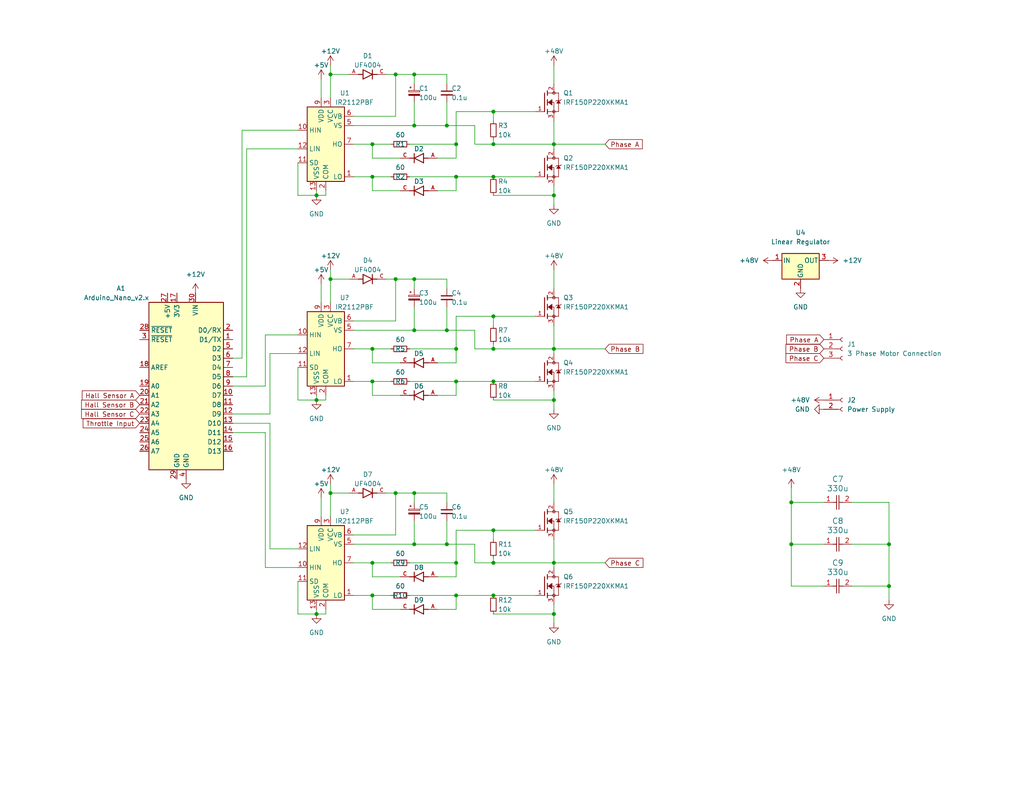
<source format=kicad_sch>
(kicad_sch (version 20211123) (generator eeschema)
  (paper "USLetter")
  (lib_symbols
    (symbol "100ZLJ330M12-5X35:100ZLJ330M12.5X35" (pin_names (offset 0.254))
      (property "Reference" "C" (at 3.81 3.81 0))
      (property "Value" "100ZLJ330M12.5X35" (at 3.81 -3.81 0))
      (symbol "100ZLJ330M12.5X35_1_1"
        (polyline (pts (xy 2.54 0) (xy 3.4798 0)) (stroke (width 0.2032)))
        (polyline (pts (xy 3.4798 -1.905) (xy 3.4798 1.905)) (stroke (width 0.2032)))
        (polyline (pts (xy 4.1148 -1.905) (xy 4.1148 1.905)) (stroke (width 0.2032)))
        (polyline (pts (xy 4.1148 0) (xy 5.08 0)) (stroke (width 0.2032)))
        (pin unspecified line (at 0 0 0) (length 2.54) (name "") (number "1"))
        (pin unspecified line (at 7.62 0 180) (length 2.54) (name "") (number "2"))
      )
      (symbol "100ZLJ330M12.5X35_1_2"
        (polyline (pts (xy -1.905 -4.1148) (xy 1.905 -4.1148)) (stroke (width 0.2032)))
        (polyline (pts (xy -1.905 -3.4798) (xy 1.905 -3.4798)) (stroke (width 0.2032)))
        (polyline (pts (xy 0 -4.1148) (xy 0 -5.08)) (stroke (width 0.2032)))
        (polyline (pts (xy 0 -2.54) (xy 0 -3.4798)) (stroke (width 0.2032)))
        (pin unspecified line (at 0 0 270) (length 2.54) (name "") (number "1"))
        (pin unspecified line (at 0 -7.62 90) (length 2.54) (name "") (number "2"))
      )
    )
    (symbol "Connector:Conn_01x02_Female" (pin_names (offset 1.016) hide)
      (property "Reference" "J" (at 0 2.54 0))
      (property "Value" "Conn_01x02_Female" (at 0 -5.08 0))
      (symbol "Conn_01x02_Female_1_1"
        (arc (start 0 -2.032) (mid -0.508 -2.54) (end 0 -3.048) (stroke (width 0.1524)))
        (polyline (pts (xy -1.27 -2.54) (xy -0.508 -2.54)) (stroke (width 0.1524)))
        (polyline (pts (xy -1.27 0) (xy -0.508 0)) (stroke (width 0.1524)))
        (arc (start 0 0.508) (mid -0.508 0) (end 0 -0.508) (stroke (width 0.1524)))
        (pin passive line (at -5.08 0 0) (length 3.81) (name "Pin_1") (number "1"))
        (pin passive line (at -5.08 -2.54 0) (length 3.81) (name "Pin_2") (number "2"))
      )
    )
    (symbol "Connector:Conn_01x03_Female" (pin_names (offset 1.016) hide)
      (property "Reference" "J" (at 0 5.08 0))
      (property "Value" "Conn_01x03_Female" (at 0 -5.08 0))
      (symbol "Conn_01x03_Female_1_1"
        (arc (start 0 -2.032) (mid -0.508 -2.54) (end 0 -3.048) (stroke (width 0.1524)))
        (polyline (pts (xy -1.27 -2.54) (xy -0.508 -2.54)) (stroke (width 0.1524)))
        (polyline (pts (xy -1.27 0) (xy -0.508 0)) (stroke (width 0.1524)))
        (polyline (pts (xy -1.27 2.54) (xy -0.508 2.54)) (stroke (width 0.1524)))
        (arc (start 0 0.508) (mid -0.508 0) (end 0 -0.508) (stroke (width 0.1524)))
        (arc (start 0 3.048) (mid -0.508 2.54) (end 0 2.032) (stroke (width 0.1524)))
        (pin passive line (at -5.08 2.54 0) (length 3.81) (name "Pin_1") (number "1"))
        (pin passive line (at -5.08 0 0) (length 3.81) (name "Pin_2") (number "2"))
        (pin passive line (at -5.08 -2.54 0) (length 3.81) (name "Pin_3") (number "3"))
      )
    )
    (symbol "Device:C_Polarized_Small" (pin_numbers hide) (pin_names (offset 0.254) hide)
      (property "Reference" "C" (at 0.254 1.778 0))
      (property "Value" "C_Polarized_Small" (at 0.254 -2.032 0))
      (symbol "C_Polarized_Small_0_1"
        (rectangle (start -1.524 -0.3048) (end 1.524 -0.6858) (fill (type outline)))
        (rectangle (start -1.524 0.6858) (end 1.524 0.3048))
        (polyline (pts (xy -1.27 1.524) (xy -0.762 1.524)))
        (polyline (pts (xy -1.016 1.27) (xy -1.016 1.778)))
      )
      (symbol "C_Polarized_Small_1_1"
        (pin passive line (at 0 2.54 270) (length 1.8542) (name "~") (number "1"))
        (pin passive line (at 0 -2.54 90) (length 1.8542) (name "~") (number "2"))
      )
    )
    (symbol "Device:C_Small" (pin_numbers hide) (pin_names (offset 0.254) hide)
      (property "Reference" "C" (at 0.254 1.778 0))
      (property "Value" "C_Small" (at 0.254 -2.032 0))
      (symbol "C_Small_0_1"
        (polyline (pts (xy -1.524 -0.508) (xy 1.524 -0.508)) (stroke (width 0.3302)))
        (polyline (pts (xy -1.524 0.508) (xy 1.524 0.508)) (stroke (width 0.3048)))
      )
      (symbol "C_Small_1_1"
        (pin passive line (at 0 2.54 270) (length 2.032) (name "~") (number "1"))
        (pin passive line (at 0 -2.54 90) (length 2.032) (name "~") (number "2"))
      )
    )
    (symbol "Device:R_Small" (pin_numbers hide) (pin_names (offset 0.254) hide)
      (property "Reference" "R" (at 0.762 0.508 0))
      (property "Value" "R_Small" (at 0.762 -1.016 0))
      (symbol "R_Small_0_1"
        (rectangle (start -0.762 1.778) (end 0.762 -1.778) (stroke (width 0.2032)))
      )
      (symbol "R_Small_1_1"
        (pin passive line (at 0 2.54 270) (length 0.762) (name "~") (number "1"))
        (pin passive line (at 0 -2.54 90) (length 0.762) (name "~") (number "2"))
      )
    )
    (symbol "IR2112_1"
      (property "Reference" "U1" (at 3.81 13.97 0))
      (property "Value" "IR2112PBF" (at 2.54 11.43 0))
      (symbol "IR2112_1_0_1"
        (rectangle (start -5.08 -10.16) (end 5.08 10.16) (stroke (width 0.254)) (fill (type background)))
      )
      (symbol "IR2112_1_1_1"
        (pin output line (at 7.62 -8.89 180) (length 2.54) (name "LO") (number "1"))
        (pin input line (at -7.62 3.81 0) (length 2.54) (name "HIN") (number "10"))
        (pin input line (at -7.62 -5.08 0) (length 2.54) (name "SD") (number "11"))
        (pin input line (at -7.62 -1.27 0) (length 2.54) (name "LIN") (number "12"))
        (pin power_in line (at -2.54 -12.7 90) (length 2.54) (name "VSS") (number "13"))
        (pin no_connect line (at -5.08 2.54 0) (length 2.54) hide (name "NC") (number "14"))
        (pin power_in line (at 0 -12.7 90) (length 2.54) (name "COM") (number "2"))
        (pin power_in line (at 1.27 12.7 270) (length 2.54) (name "VCC") (number "3"))
        (pin no_connect line (at -5.08 7.62 0) (length 2.54) hide (name "NC") (number "4"))
        (pin passive line (at 7.62 5.08 180) (length 2.54) (name "VS") (number "5"))
        (pin passive line (at 7.62 7.62 180) (length 2.54) (name "VB") (number "6"))
        (pin output line (at 7.62 0 180) (length 2.54) (name "HO") (number "7"))
        (pin no_connect line (at -5.08 5.08 0) (length 2.54) hide (name "NC") (number "8"))
        (pin power_in line (at -1.27 12.7 270) (length 2.54) (name "VDD") (number "9"))
      )
    )
    (symbol "IR2112_2"
      (property "Reference" "U?" (at 3.81 13.97 0))
      (property "Value" "IR2112PBF" (at 2.54 11.43 0))
      (symbol "IR2112_2_0_1"
        (rectangle (start -5.08 -10.16) (end 5.08 10.16) (stroke (width 0.254)) (fill (type background)))
      )
      (symbol "IR2112_2_1_1"
        (pin output line (at 7.62 -8.89 180) (length 2.54) (name "LO") (number "1"))
        (pin input line (at -7.62 -1.27 0) (length 2.54) (name "HIN") (number "10"))
        (pin input line (at -7.62 -5.08 0) (length 2.54) (name "SD") (number "11"))
        (pin input line (at -7.62 3.81 0) (length 2.54) (name "LIN") (number "12"))
        (pin power_in line (at -2.54 -12.7 90) (length 2.54) (name "VSS") (number "13"))
        (pin no_connect line (at -5.08 2.54 0) (length 2.54) hide (name "NC") (number "14"))
        (pin power_in line (at 0 -12.7 90) (length 2.54) (name "COM") (number "2"))
        (pin power_in line (at 1.27 12.7 270) (length 2.54) (name "VCC") (number "3"))
        (pin no_connect line (at -5.08 7.62 0) (length 2.54) hide (name "NC") (number "4"))
        (pin passive line (at 7.62 5.08 180) (length 2.54) (name "VS") (number "5"))
        (pin passive line (at 7.62 7.62 180) (length 2.54) (name "VB") (number "6"))
        (pin output line (at 7.62 0 180) (length 2.54) (name "HO") (number "7"))
        (pin no_connect line (at -5.08 5.08 0) (length 2.54) hide (name "NC") (number "8"))
        (pin power_in line (at -1.27 12.7 270) (length 2.54) (name "VDD") (number "9"))
      )
    )
    (symbol "IRF150P220XKMA1:IRF150P220XKMA1" (pin_names (offset 1.016))
      (property "Reference" "Q" (at -10.16 2.54 0))
      (property "Value" "IRF150P220XKMA1" (at -10.16 -7.62 0))
      (symbol "IRF150P220XKMA1_0_0"
        (polyline (pts (xy 0 2.54) (xy 0 -2.54)) (stroke (width 0.254)))
        (polyline (pts (xy 0.762 -2.54) (xy 0.762 -3.175)) (stroke (width 0.254)))
        (polyline (pts (xy 0.762 -1.905) (xy 0.762 -2.54)) (stroke (width 0.254)))
        (polyline (pts (xy 0.762 0) (xy 0.762 -0.762)) (stroke (width 0.254)))
        (polyline (pts (xy 0.762 0) (xy 2.54 0)) (stroke (width 0.1524)))
        (polyline (pts (xy 0.762 0.762) (xy 0.762 0)) (stroke (width 0.254)))
        (polyline (pts (xy 0.762 2.54) (xy 0.762 1.905)) (stroke (width 0.254)))
        (polyline (pts (xy 0.762 2.54) (xy 3.81 2.54)) (stroke (width 0.1524)))
        (polyline (pts (xy 0.762 3.175) (xy 0.762 2.54)) (stroke (width 0.254)))
        (polyline (pts (xy 2.54 -2.54) (xy 0.762 -2.54)) (stroke (width 0.1524)))
        (polyline (pts (xy 2.54 -2.54) (xy 3.81 -2.54)) (stroke (width 0.1524)))
        (polyline (pts (xy 2.54 0) (xy 2.54 -2.54)) (stroke (width 0.1524)))
        (polyline (pts (xy 3.302 0.508) (xy 3.048 0.254)) (stroke (width 0.1524)))
        (polyline (pts (xy 3.81 0.508) (xy 3.302 0.508)) (stroke (width 0.1524)))
        (polyline (pts (xy 3.81 0.508) (xy 3.81 -2.54)) (stroke (width 0.1524)))
        (polyline (pts (xy 3.81 2.54) (xy 3.81 0.508)) (stroke (width 0.1524)))
        (polyline (pts (xy 4.318 0.508) (xy 3.81 0.508)) (stroke (width 0.1524)))
        (polyline (pts (xy 4.572 0.762) (xy 4.318 0.508)) (stroke (width 0.1524)))
        (polyline (pts (xy 1.016 0) (xy 2.032 0.762) (xy 2.032 -0.762) (xy 1.016 0)) (stroke (width 0.1524)) (fill (type outline)))
        (polyline (pts (xy 3.81 0.508) (xy 3.302 -0.254) (xy 4.318 -0.254) (xy 3.81 0.508)) (stroke (width 0.1524)) (fill (type outline)))
        (circle (center 2.54 -2.54) (radius 0.3592))
        (circle (center 2.54 2.54) (radius 0.3592))
        (pin passive line (at -2.54 -2.54 0) (length 2.54) (name "~") (number "1"))
        (pin passive line (at 2.54 5.08 270) (length 2.54) (name "~") (number "2"))
        (pin passive line (at 2.54 -5.08 90) (length 2.54) (name "~") (number "3"))
      )
    )
    (symbol "MCU_Module:Arduino_Nano_v2.x"
      (property "Reference" "A" (at -10.16 23.495 0))
      (property "Value" "Arduino_Nano_v2.x" (at 5.08 -24.13 0))
      (symbol "Arduino_Nano_v2.x_0_1"
        (rectangle (start -10.16 22.86) (end 10.16 -22.86) (stroke (width 0.254)) (fill (type background)))
      )
      (symbol "Arduino_Nano_v2.x_1_1"
        (pin bidirectional line (at -12.7 12.7 0) (length 2.54) (name "D1/TX") (number "1"))
        (pin bidirectional line (at -12.7 -2.54 0) (length 2.54) (name "D7") (number "10"))
        (pin bidirectional line (at -12.7 -5.08 0) (length 2.54) (name "D8") (number "11"))
        (pin bidirectional line (at -12.7 -7.62 0) (length 2.54) (name "D9") (number "12"))
        (pin bidirectional line (at -12.7 -10.16 0) (length 2.54) (name "D10") (number "13"))
        (pin bidirectional line (at -12.7 -12.7 0) (length 2.54) (name "D11") (number "14"))
        (pin bidirectional line (at -12.7 -15.24 0) (length 2.54) (name "D12") (number "15"))
        (pin bidirectional line (at -12.7 -17.78 0) (length 2.54) (name "D13") (number "16"))
        (pin power_out line (at 2.54 25.4 270) (length 2.54) (name "3V3") (number "17"))
        (pin input line (at 12.7 5.08 180) (length 2.54) (name "AREF") (number "18"))
        (pin bidirectional line (at 12.7 0 180) (length 2.54) (name "A0") (number "19"))
        (pin bidirectional line (at -12.7 15.24 0) (length 2.54) (name "D0/RX") (number "2"))
        (pin bidirectional line (at 12.7 -2.54 180) (length 2.54) (name "A1") (number "20"))
        (pin bidirectional line (at 12.7 -5.08 180) (length 2.54) (name "A2") (number "21"))
        (pin bidirectional line (at 12.7 -7.62 180) (length 2.54) (name "A3") (number "22"))
        (pin bidirectional line (at 12.7 -10.16 180) (length 2.54) (name "A4") (number "23"))
        (pin bidirectional line (at 12.7 -12.7 180) (length 2.54) (name "A5") (number "24"))
        (pin bidirectional line (at 12.7 -15.24 180) (length 2.54) (name "A6") (number "25"))
        (pin bidirectional line (at 12.7 -17.78 180) (length 2.54) (name "A7") (number "26"))
        (pin power_out line (at 5.08 25.4 270) (length 2.54) (name "+5V") (number "27"))
        (pin input line (at 12.7 15.24 180) (length 2.54) (name "~{RESET}") (number "28"))
        (pin power_in line (at 2.54 -25.4 90) (length 2.54) (name "GND") (number "29"))
        (pin input line (at 12.7 12.7 180) (length 2.54) (name "~{RESET}") (number "3"))
        (pin power_in line (at -2.54 25.4 270) (length 2.54) (name "VIN") (number "30"))
        (pin power_in line (at 0 -25.4 90) (length 2.54) (name "GND") (number "4"))
        (pin bidirectional line (at -12.7 10.16 0) (length 2.54) (name "D2") (number "5"))
        (pin bidirectional line (at -12.7 7.62 0) (length 2.54) (name "D3") (number "6"))
        (pin bidirectional line (at -12.7 5.08 0) (length 2.54) (name "D4") (number "7"))
        (pin bidirectional line (at -12.7 2.54 0) (length 2.54) (name "D5") (number "8"))
        (pin bidirectional line (at -12.7 0 0) (length 2.54) (name "D6") (number "9"))
      )
    )
    (symbol "R_Small_1" (pin_numbers hide) (pin_names (offset 0.254) hide)
      (property "Reference" "R1" (at 3.81 2.54 0))
      (property "Value" "R_Small_1" (at 1.27 2.54 0))
      (symbol "R_Small_1_0_1"
        (rectangle (start -0.762 3.302) (end -4.318 1.778) (stroke (width 0.2032)))
      )
      (symbol "R_Small_1_1_1"
        (pin passive line (at 0 2.54 180) (length 0.762) (name "~") (number "1"))
        (pin passive line (at -5.08 2.54 0) (length 0.762) (name "~") (number "2"))
      )
    )
    (symbol "Regulator_Linear:uA7810" (pin_names (offset 0.254))
      (property "Reference" "U" (at -3.81 3.175 0))
      (property "Value" "uA7810" (at 0 3.175 0))
      (symbol "uA7810_0_1"
        (rectangle (start -5.08 1.905) (end 5.08 -5.08) (stroke (width 0.254)) (fill (type background)))
      )
      (symbol "uA7810_1_1"
        (pin power_in line (at -7.62 0 0) (length 2.54) (name "IN") (number "1"))
        (pin power_in line (at 0 -7.62 90) (length 2.54) (name "GND") (number "2"))
        (pin power_out line (at 7.62 0 180) (length 2.54) (name "OUT") (number "3"))
      )
    )
    (symbol "UF4004:UF4004" (pin_names (offset 1.016))
      (property "Reference" "D" (at -5.08 2.54 0))
      (property "Value" "UF4004" (at -5.08 -3.81 0))
      (symbol "UF4004_0_0"
        (polyline (pts (xy -2.54 0) (xy -1.27 0)) (stroke (width 0.254)))
        (polyline (pts (xy -1.27 -1.27) (xy 1.27 0)) (stroke (width 0.254)))
        (polyline (pts (xy -1.27 0) (xy -1.27 -1.27)) (stroke (width 0.254)))
        (polyline (pts (xy -1.27 1.27) (xy -1.27 0)) (stroke (width 0.254)))
        (polyline (pts (xy 1.27 0) (xy -1.27 1.27)) (stroke (width 0.254)))
        (polyline (pts (xy 1.27 0) (xy 1.27 -1.27)) (stroke (width 0.254)))
        (polyline (pts (xy 1.27 0) (xy 2.54 0)) (stroke (width 0.254)))
        (polyline (pts (xy 1.27 1.27) (xy 1.27 0)) (stroke (width 0.254)))
        (pin passive line (at -5.08 0 0) (length 2.54) (name "~") (number "A"))
        (pin passive line (at 5.08 0 180) (length 2.54) (name "~") (number "C"))
      )
    )
    (symbol "power:+12V" (power) (pin_names (offset 0))
      (property "Value" "+12V" (at 0 3.556 0))
      (symbol "+12V_0_1"
        (polyline (pts (xy -0.762 1.27) (xy 0 2.54)))
        (polyline (pts (xy 0 0) (xy 0 2.54)))
        (polyline (pts (xy 0 2.54) (xy 0.762 1.27)))
      )
      (symbol "+12V_1_1"
        (pin power_in line (at 0 0 90) (length 0) hide (name "+12V") (number "1"))
      )
    )
    (symbol "power:+48V" (power) (pin_names (offset 0))
      (property "Value" "+48V" (at 0 3.556 0))
      (symbol "+48V_0_1"
        (polyline (pts (xy -0.762 1.27) (xy 0 2.54)))
        (polyline (pts (xy 0 0) (xy 0 2.54)))
        (polyline (pts (xy 0 2.54) (xy 0.762 1.27)))
      )
      (symbol "+48V_1_1"
        (pin power_in line (at 0 0 90) (length 0) hide (name "+48V") (number "1"))
      )
    )
    (symbol "power:+5V" (power) (pin_names (offset 0))
      (property "Value" "+5V" (at 0 3.556 0))
      (symbol "+5V_0_1"
        (polyline (pts (xy -0.762 1.27) (xy 0 2.54)))
        (polyline (pts (xy 0 0) (xy 0 2.54)))
        (polyline (pts (xy 0 2.54) (xy 0.762 1.27)))
      )
      (symbol "+5V_1_1"
        (pin power_in line (at 0 0 90) (length 0) hide (name "+5V") (number "1"))
      )
    )
    (symbol "power:GND" (power) (pin_names (offset 0))
      (property "Value" "GND" (at 0 -3.81 0))
      (symbol "GND_0_1"
        (polyline (pts (xy 0 0) (xy 0 -1.27) (xy 1.27 -1.27) (xy 0 -2.54) (xy -1.27 -1.27) (xy 0 -1.27)))
      )
      (symbol "GND_1_1"
        (pin power_in line (at 0 0 270) (length 0) hide (name "GND") (number "1"))
      )
    )
  )
  (junction (at 86.36 53.34))
  (junction (at 134.62 86.36))
  (junction (at 134.62 48.26))
  (junction (at 113.03 90.17))
  (junction (at 101.6 39.37))
  (junction (at 124.46 39.37))
  (junction (at 121.92 90.17))
  (junction (at 113.03 34.29))
  (junction (at 86.36 167.64))
  (junction (at 113.03 20.32))
  (junction (at 134.62 104.14))
  (junction (at 215.9 148.59))
  (junction (at 113.03 148.59))
  (junction (at 107.95 134.62))
  (junction (at 124.46 104.14))
  (junction (at 242.57 160.02))
  (junction (at 151.13 53.34))
  (junction (at 134.62 95.25))
  (junction (at 151.13 95.25))
  (junction (at 151.13 153.67))
  (junction (at 134.62 162.56))
  (junction (at 86.36 109.22))
  (junction (at 101.6 48.26))
  (junction (at 124.46 162.56))
  (junction (at 101.6 162.56))
  (junction (at 101.6 95.25))
  (junction (at 90.17 76.2))
  (junction (at 124.46 48.26))
  (junction (at 107.95 76.2))
  (junction (at 124.46 153.67))
  (junction (at 134.62 39.37))
  (junction (at 113.03 76.2))
  (junction (at 151.13 167.64))
  (junction (at 151.13 39.37))
  (junction (at 215.9 137.16))
  (junction (at 134.62 153.67))
  (junction (at 101.6 153.67))
  (junction (at 90.17 134.62))
  (junction (at 121.92 148.59))
  (junction (at 113.03 134.62))
  (junction (at 107.95 20.32))
  (junction (at 101.6 104.14))
  (junction (at 124.46 95.25))
  (junction (at 151.13 109.22))
  (junction (at 134.62 30.48))
  (junction (at 242.57 148.59))
  (junction (at 134.62 144.78))
  (junction (at 90.17 20.32))
  (junction (at 121.92 34.29))
  (wire (pts (xy 113.03 137.16) (xy 113.03 134.62)))
  (wire (pts (xy 151.13 165.1) (xy 151.13 167.64)))
  (wire (pts (xy 96.52 146.05) (xy 107.95 146.05)))
  (wire (pts (xy 88.9 52.07) (xy 88.9 53.34)))
  (wire (pts (xy 111.76 162.56) (xy 124.46 162.56)))
  (wire (pts (xy 151.13 50.8) (xy 151.13 53.34)))
  (wire (pts (xy 73.66 149.86) (xy 81.28 149.86)))
  (wire (pts (xy 107.95 31.75) (xy 107.95 20.32)))
  (wire (pts (xy 215.9 137.16) (xy 224.79 137.16)))
  (wire (pts (xy 96.52 104.14) (xy 101.6 104.14)))
  (wire (pts (xy 134.62 48.26) (xy 146.05 48.26)))
  (wire (pts (xy 113.03 20.32) (xy 107.95 20.32)))
  (wire (pts (xy 109.22 52.07) (xy 101.6 52.07)))
  (wire (pts (xy 151.13 153.67) (xy 165.1 153.67)))
  (wire (pts (xy 101.6 48.26) (xy 106.68 48.26)))
  (wire (pts (xy 67.31 40.64) (xy 67.31 102.87)))
  (wire (pts (xy 151.13 147.32) (xy 151.13 153.67)))
  (wire (pts (xy 151.13 167.64) (xy 151.13 170.18)))
  (wire (pts (xy 134.62 30.48) (xy 146.05 30.48)))
  (wire (pts (xy 119.38 52.07) (xy 124.46 52.07)))
  (wire (pts (xy 101.6 107.95) (xy 101.6 104.14)))
  (wire (pts (xy 134.62 152.4) (xy 134.62 153.67)))
  (wire (pts (xy 215.9 148.59) (xy 215.9 137.16)))
  (wire (pts (xy 134.62 144.78) (xy 134.62 147.32)))
  (wire (pts (xy 124.46 86.36) (xy 134.62 86.36)))
  (wire (pts (xy 124.46 52.07) (xy 124.46 48.26)))
  (wire (pts (xy 151.13 132.08) (xy 151.13 137.16)))
  (wire (pts (xy 96.52 34.29) (xy 113.03 34.29)))
  (wire (pts (xy 134.62 144.78) (xy 146.05 144.78)))
  (wire (pts (xy 124.46 48.26) (xy 134.62 48.26)))
  (wire (pts (xy 124.46 99.06) (xy 124.46 95.25)))
  (wire (pts (xy 113.03 134.62) (xy 107.95 134.62)))
  (wire (pts (xy 134.62 109.22) (xy 151.13 109.22)))
  (wire (pts (xy 109.22 43.18) (xy 101.6 43.18)))
  (wire (pts (xy 113.03 90.17) (xy 113.03 83.82)))
  (wire (pts (xy 101.6 157.48) (xy 101.6 153.67)))
  (wire (pts (xy 134.62 53.34) (xy 151.13 53.34)))
  (wire (pts (xy 107.95 87.63) (xy 107.95 76.2)))
  (wire (pts (xy 119.38 157.48) (xy 124.46 157.48)))
  (wire (pts (xy 113.03 22.86) (xy 113.03 20.32)))
  (wire (pts (xy 124.46 107.95) (xy 124.46 104.14)))
  (wire (pts (xy 121.92 76.2) (xy 113.03 76.2)))
  (wire (pts (xy 63.5 113.03) (xy 73.66 113.03)))
  (wire (pts (xy 242.57 137.16) (xy 242.57 148.59)))
  (wire (pts (xy 63.5 115.57) (xy 73.66 115.57)))
  (wire (pts (xy 224.79 148.59) (xy 215.9 148.59)))
  (wire (pts (xy 134.62 86.36) (xy 146.05 86.36)))
  (wire (pts (xy 113.03 76.2) (xy 107.95 76.2)))
  (wire (pts (xy 111.76 48.26) (xy 124.46 48.26)))
  (wire (pts (xy 151.13 73.66) (xy 151.13 78.74)))
  (wire (pts (xy 121.92 148.59) (xy 113.03 148.59)))
  (wire (pts (xy 119.38 43.18) (xy 124.46 43.18)))
  (wire (pts (xy 151.13 109.22) (xy 151.13 111.76)))
  (wire (pts (xy 81.28 44.45) (xy 81.28 53.34)))
  (wire (pts (xy 151.13 153.67) (xy 151.13 154.94)))
  (wire (pts (xy 96.52 90.17) (xy 113.03 90.17)))
  (wire (pts (xy 215.9 133.35) (xy 215.9 137.16)))
  (wire (pts (xy 66.04 97.79) (xy 66.04 35.56)))
  (wire (pts (xy 96.52 87.63) (xy 107.95 87.63)))
  (wire (pts (xy 242.57 148.59) (xy 242.57 160.02)))
  (wire (pts (xy 129.54 148.59) (xy 121.92 148.59)))
  (wire (pts (xy 81.28 100.33) (xy 81.28 109.22)))
  (wire (pts (xy 134.62 86.36) (xy 134.62 88.9)))
  (wire (pts (xy 121.92 142.24) (xy 121.92 148.59)))
  (wire (pts (xy 72.39 154.94) (xy 81.28 154.94)))
  (wire (pts (xy 88.9 166.37) (xy 88.9 167.64)))
  (wire (pts (xy 90.17 76.2) (xy 90.17 82.55)))
  (wire (pts (xy 111.76 95.25) (xy 124.46 95.25)))
  (wire (pts (xy 113.03 34.29) (xy 113.03 27.94)))
  (wire (pts (xy 73.66 113.03) (xy 73.66 96.52)))
  (wire (pts (xy 119.38 107.95) (xy 124.46 107.95)))
  (wire (pts (xy 232.41 148.59) (xy 242.57 148.59)))
  (wire (pts (xy 129.54 34.29) (xy 121.92 34.29)))
  (wire (pts (xy 96.52 148.59) (xy 113.03 148.59)))
  (wire (pts (xy 67.31 40.64) (xy 81.28 40.64)))
  (wire (pts (xy 124.46 86.36) (xy 124.46 95.25)))
  (wire (pts (xy 86.36 167.64) (xy 88.9 167.64)))
  (wire (pts (xy 113.03 78.74) (xy 113.03 76.2)))
  (wire (pts (xy 124.46 144.78) (xy 124.46 153.67)))
  (wire (pts (xy 134.62 30.48) (xy 134.62 33.02)))
  (wire (pts (xy 101.6 43.18) (xy 101.6 39.37)))
  (wire (pts (xy 134.62 38.1) (xy 134.62 39.37)))
  (wire (pts (xy 87.63 77.47) (xy 87.63 82.55)))
  (wire (pts (xy 134.62 95.25) (xy 129.54 95.25)))
  (wire (pts (xy 63.5 102.87) (xy 67.31 102.87)))
  (wire (pts (xy 105.41 134.62) (xy 107.95 134.62)))
  (wire (pts (xy 72.39 91.44) (xy 81.28 91.44)))
  (wire (pts (xy 121.92 27.94) (xy 121.92 34.29)))
  (wire (pts (xy 72.39 118.11) (xy 72.39 154.94)))
  (wire (pts (xy 124.46 43.18) (xy 124.46 39.37)))
  (wire (pts (xy 124.46 166.37) (xy 124.46 162.56)))
  (wire (pts (xy 109.22 157.48) (xy 101.6 157.48)))
  (wire (pts (xy 86.36 107.95) (xy 86.36 109.22)))
  (wire (pts (xy 96.52 48.26) (xy 101.6 48.26)))
  (wire (pts (xy 101.6 52.07) (xy 101.6 48.26)))
  (wire (pts (xy 134.62 153.67) (xy 129.54 153.67)))
  (wire (pts (xy 90.17 134.62) (xy 95.25 134.62)))
  (wire (pts (xy 129.54 153.67) (xy 129.54 148.59)))
  (wire (pts (xy 151.13 17.78) (xy 151.13 22.86)))
  (wire (pts (xy 151.13 39.37) (xy 151.13 40.64)))
  (wire (pts (xy 105.41 20.32) (xy 107.95 20.32)))
  (wire (pts (xy 90.17 20.32) (xy 90.17 26.67)))
  (wire (pts (xy 73.66 115.57) (xy 73.66 149.86)))
  (wire (pts (xy 88.9 107.95) (xy 88.9 109.22)))
  (wire (pts (xy 72.39 105.41) (xy 72.39 91.44)))
  (wire (pts (xy 101.6 166.37) (xy 101.6 162.56)))
  (wire (pts (xy 242.57 160.02) (xy 242.57 163.83)))
  (wire (pts (xy 121.92 90.17) (xy 113.03 90.17)))
  (wire (pts (xy 129.54 39.37) (xy 129.54 34.29)))
  (wire (pts (xy 151.13 33.02) (xy 151.13 39.37)))
  (wire (pts (xy 151.13 53.34) (xy 151.13 55.88)))
  (wire (pts (xy 124.46 157.48) (xy 124.46 153.67)))
  (wire (pts (xy 63.5 118.11) (xy 72.39 118.11)))
  (wire (pts (xy 101.6 39.37) (xy 106.68 39.37)))
  (wire (pts (xy 134.62 167.64) (xy 151.13 167.64)))
  (wire (pts (xy 96.52 95.25) (xy 101.6 95.25)))
  (wire (pts (xy 86.36 109.22) (xy 88.9 109.22)))
  (wire (pts (xy 124.46 144.78) (xy 134.62 144.78)))
  (wire (pts (xy 134.62 162.56) (xy 146.05 162.56)))
  (wire (pts (xy 90.17 20.32) (xy 95.25 20.32)))
  (wire (pts (xy 151.13 95.25) (xy 165.1 95.25)))
  (wire (pts (xy 124.46 30.48) (xy 124.46 39.37)))
  (wire (pts (xy 121.92 22.86) (xy 121.92 20.32)))
  (wire (pts (xy 151.13 39.37) (xy 165.1 39.37)))
  (wire (pts (xy 224.79 160.02) (xy 215.9 160.02)))
  (wire (pts (xy 232.41 160.02) (xy 242.57 160.02)))
  (wire (pts (xy 124.46 30.48) (xy 134.62 30.48)))
  (wire (pts (xy 96.52 39.37) (xy 101.6 39.37)))
  (wire (pts (xy 124.46 162.56) (xy 134.62 162.56)))
  (wire (pts (xy 215.9 160.02) (xy 215.9 148.59)))
  (wire (pts (xy 121.92 134.62) (xy 113.03 134.62)))
  (wire (pts (xy 121.92 34.29) (xy 113.03 34.29)))
  (wire (pts (xy 96.52 31.75) (xy 107.95 31.75)))
  (wire (pts (xy 96.52 153.67) (xy 101.6 153.67)))
  (wire (pts (xy 109.22 107.95) (xy 101.6 107.95)))
  (wire (pts (xy 86.36 166.37) (xy 86.36 167.64)))
  (wire (pts (xy 111.76 153.67) (xy 124.46 153.67)))
  (wire (pts (xy 134.62 104.14) (xy 146.05 104.14)))
  (wire (pts (xy 105.41 76.2) (xy 107.95 76.2)))
  (wire (pts (xy 86.36 52.07) (xy 86.36 53.34)))
  (wire (pts (xy 90.17 17.78) (xy 90.17 20.32)))
  (wire (pts (xy 107.95 146.05) (xy 107.95 134.62)))
  (wire (pts (xy 109.22 166.37) (xy 101.6 166.37)))
  (wire (pts (xy 119.38 99.06) (xy 124.46 99.06)))
  (wire (pts (xy 101.6 95.25) (xy 106.68 95.25)))
  (wire (pts (xy 66.04 35.56) (xy 81.28 35.56)))
  (wire (pts (xy 101.6 162.56) (xy 106.68 162.56)))
  (wire (pts (xy 87.63 21.59) (xy 87.63 26.67)))
  (wire (pts (xy 87.63 135.89) (xy 87.63 140.97)))
  (wire (pts (xy 96.52 162.56) (xy 101.6 162.56)))
  (wire (pts (xy 81.28 109.22) (xy 86.36 109.22)))
  (wire (pts (xy 101.6 153.67) (xy 106.68 153.67)))
  (wire (pts (xy 151.13 106.68) (xy 151.13 109.22)))
  (wire (pts (xy 81.28 158.75) (xy 81.28 167.64)))
  (wire (pts (xy 90.17 132.08) (xy 90.17 134.62)))
  (wire (pts (xy 151.13 88.9) (xy 151.13 95.25)))
  (wire (pts (xy 113.03 148.59) (xy 113.03 142.24)))
  (wire (pts (xy 101.6 99.06) (xy 101.6 95.25)))
  (wire (pts (xy 151.13 95.25) (xy 151.13 96.52)))
  (wire (pts (xy 124.46 104.14) (xy 134.62 104.14)))
  (wire (pts (xy 63.5 97.79) (xy 66.04 97.79)))
  (wire (pts (xy 134.62 39.37) (xy 151.13 39.37)))
  (wire (pts (xy 134.62 93.98) (xy 134.62 95.25)))
  (wire (pts (xy 90.17 73.66) (xy 90.17 76.2)))
  (wire (pts (xy 101.6 104.14) (xy 106.68 104.14)))
  (wire (pts (xy 81.28 53.34) (xy 86.36 53.34)))
  (wire (pts (xy 73.66 96.52) (xy 81.28 96.52)))
  (wire (pts (xy 63.5 105.41) (xy 72.39 105.41)))
  (wire (pts (xy 232.41 137.16) (xy 242.57 137.16)))
  (wire (pts (xy 90.17 134.62) (xy 90.17 140.97)))
  (wire (pts (xy 134.62 153.67) (xy 151.13 153.67)))
  (wire (pts (xy 121.92 83.82) (xy 121.92 90.17)))
  (wire (pts (xy 129.54 90.17) (xy 121.92 90.17)))
  (wire (pts (xy 109.22 99.06) (xy 101.6 99.06)))
  (wire (pts (xy 134.62 39.37) (xy 129.54 39.37)))
  (wire (pts (xy 86.36 53.34) (xy 88.9 53.34)))
  (wire (pts (xy 121.92 137.16) (xy 121.92 134.62)))
  (wire (pts (xy 90.17 76.2) (xy 95.25 76.2)))
  (wire (pts (xy 129.54 95.25) (xy 129.54 90.17)))
  (wire (pts (xy 121.92 78.74) (xy 121.92 76.2)))
  (wire (pts (xy 111.76 104.14) (xy 124.46 104.14)))
  (wire (pts (xy 121.92 20.32) (xy 113.03 20.32)))
  (wire (pts (xy 81.28 167.64) (xy 86.36 167.64)))
  (wire (pts (xy 119.38 166.37) (xy 124.46 166.37)))
  (wire (pts (xy 111.76 39.37) (xy 124.46 39.37)))
  (wire (pts (xy 134.62 95.25) (xy 151.13 95.25)))
  (global_label "Hall Sensor B" (shape input) (at 38.1 110.49 180) (property "Intersheet References" "${INTERSHEET_REFS}" (effects hide)))
  (global_label "Throttle Input" (shape input) (at 38.1 115.57 180) (property "Intersheet References" "${INTERSHEET_REFS}" (effects hide)))
  (global_label "Phase C" (shape input) (at 224.79 97.79 180) (property "Intersheet References" "${INTERSHEET_REFS}" (effects hide)))
  (global_label "Hall Sensor C" (shape input) (at 38.1 113.03 180) (property "Intersheet References" "${INTERSHEET_REFS}" (effects hide)))
  (global_label "Phase A" (shape input) (at 165.1 39.37 0) (property "Intersheet References" "${INTERSHEET_REFS}" (effects hide)))
  (global_label "Phase C" (shape input) (at 165.1 153.67 0) (property "Intersheet References" "${INTERSHEET_REFS}" (effects hide)))
  (global_label "Phase B" (shape input) (at 165.1 95.25 0) (property "Intersheet References" "${INTERSHEET_REFS}" (effects hide)))
  (global_label "Phase A" (shape input) (at 224.79 92.71 180) (property "Intersheet References" "${INTERSHEET_REFS}" (effects hide)))
  (global_label "Phase B" (shape input) (at 224.79 95.25 180) (property "Intersheet References" "${INTERSHEET_REFS}" (effects hide)))
  (global_label "Hall Sensor A" (shape input) (at 38.1 107.95 180) (property "Intersheet References" "${INTERSHEET_REFS}" (effects hide)))
  (symbol (lib_id "power:GND") (at 151.13 111.76 0) (unit 1)
    (property "Reference" "#PWR?" (effects hide))
    (property "Value" "GND" (at 151.13 116.84 0))
  )
  (symbol (lib_id "IRF150P220XKMA1:IRF150P220XKMA1") (at 148.59 45.72 0) (unit 1)
    (property "Reference" "Q2" (at 153.67 43.18 0) (effects (justify left)))
    (property "Value" "IRF150P220XKMA1" (at 153.67 45.72 0) (effects (justify left)))
    (property "Footprint" "TO546P1587X531X2499-3" (effects hide))
    (property "Datasheet" "https://www.infineon.com/dgdl/Infineon-IRF150P220-DataSheet-v01_01-EN.pdf?fileId=5546d46266a498f50166aca241ac65c9" (effects hide))
    (property "MF" "Infineon Technologies" (effects hide))
    (property "DESCRIPTION" "N-Channel 100V 209A _Tc_ 556W _Tc_ Through Hole TO-247AC" (effects hide))
    (property "PACKAGE" "TO-247-3 Infineon Technologies" (effects hide))
    (property "PRICE" "None" (effects hide))
    (property "MP" "IRF100P218XKMA1" (effects hide))
    (property "AVAILABILITY" "Unavailable" (effects hide))
    (property "Notes" "ACTUAL MODEL USED: IRF150P220AKMA1" (effects hide))
  )
  (symbol (lib_id "power:GND") (at 151.13 55.88 0) (unit 1)
    (property "Reference" "#PWR?" (effects hide))
    (property "Value" "GND" (at 151.13 60.96 0))
  )
  (symbol (lib_id "MCU_Module:Arduino_Nano_v2.x") (at 50.8 105.41 0) (mirror y) (unit 1)
    (property "Reference" "A1" (at 31.75 78.74 0) (effects (justify right)))
    (property "Value" "Arduino_Nano_v2.x" (at 22.86 81.28 0) (effects (justify right)))
    (property "Footprint" "Module:Arduino_Nano" (effects hide))
    (property "Datasheet" "https://www.arduino.cc/en/uploads/Main/ArduinoNanoManual23.pdf" (effects hide))
  )
  (symbol (lib_id "100ZLJ330M12-5X35:100ZLJ330M12.5X35") (at 224.79 137.16 0) (unit 1)
    (property "Reference" "C7" (at 228.6 130.81 0) (effects (font (size 1.524 1.524))))
    (property "Value" "330u" (at 228.6 133.35 0) (effects (font (size 1.524 1.524))))
    (property "Footprint" "CAP_YX_12P5X35_RUB" (effects hide))
    (property "Datasheet" "100ZLJ330M12.5X35" (effects hide))
  )
  (symbol (lib_id "power:+12V") (at 90.17 132.08 0) (unit 1)
    (property "Reference" "#PWR?" (effects hide))
    (property "Value" "+12V" (at 90.17 128.27 0))
  )
  (symbol (lib_id "UF4004:UF4004") (at 114.3 52.07 180) (unit 1)
    (property "Reference" "D3" (at 114.3 49.53 0))
    (property "Value" "UF4004" (effects hide))
    (property "Footprint" "DIOAD1055W87L533D272" (effects hide))
    (property "Datasheet" "https://www.onsemi.com/pdf/datasheet/uf4007-d.pdf" (effects hide))
    (property "PARTREV" "N/A" (effects hide))
    (property "STANDARD" "IPC-7351B" (effects hide))
    (property "MAXIMUM_PACKAGE_HEIGHT" "2.72 mm" (effects hide))
    (property "MANUFACTURER" "NTE" (effects hide))
  )
  (symbol (lib_id "IRF150P220XKMA1:IRF150P220XKMA1") (at 148.59 83.82 0) (unit 1)
    (property "Reference" "Q3" (at 153.67 81.28 0) (effects (justify left)))
    (property "Value" "IRF150P220XKMA1" (at 153.67 83.82 0) (effects (justify left)))
    (property "Footprint" "TO546P1587X531X2499-3" (effects hide))
    (property "Datasheet" "https://www.infineon.com/dgdl/Infineon-IRF150P220-DataSheet-v01_01-EN.pdf?fileId=5546d46266a498f50166aca241ac65c9" (effects hide))
    (property "MF" "Infineon Technologies" (effects hide))
    (property "DESCRIPTION" "N-Channel 100V 209A _Tc_ 556W _Tc_ Through Hole TO-247AC" (effects hide))
    (property "PACKAGE" "TO-247-3 Infineon Technologies" (effects hide))
    (property "PRICE" "None" (effects hide))
    (property "MP" "IRF100P218XKMA1" (effects hide))
    (property "AVAILABILITY" "Unavailable" (effects hide))
    (property "NOTES" "ACTUAL MODEL USED: IRF150P220AKMA1 " (effects hide))
  )
  (symbol (lib_id "power:+5V") (at 87.63 135.89 0) (unit 1)
    (property "Reference" "#PWR?" (effects hide))
    (property "Value" "+5V" (at 87.63 132.08 0))
  )
  (symbol (lib_id "UF4004:UF4004") (at 114.3 99.06 180) (unit 1)
    (property "Reference" "D5" (at 114.3 96.52 0))
    (property "Value" "UF4004" (effects hide))
    (property "Footprint" "DIOAD1055W87L533D272" (effects hide))
    (property "Datasheet" "https://www.onsemi.com/pdf/datasheet/uf4007-d.pdf" (effects hide))
    (property "PARTREV" "N/A" (effects hide))
    (property "STANDARD" "IPC-7351B" (effects hide))
    (property "MAXIMUM_PACKAGE_HEIGHT" "2.72 mm" (effects hide))
    (property "MANUFACTURER" "NTE" (effects hide))
  )
  (symbol (lib_id "UF4004:UF4004") (at 100.33 76.2 0) (unit 1)
    (property "Reference" "D4" (at 100.33 71.12 0))
    (property "Value" "UF4004" (at 100.33 73.66 0))
    (property "Footprint" "DIOAD1055W87L533D272" (effects hide))
    (property "Datasheet" "https://www.onsemi.com/pdf/datasheet/uf4007-d.pdf" (effects hide))
    (property "PARTREV" "N/A" (effects hide))
    (property "STANDARD" "IPC-7351B" (effects hide))
    (property "MAXIMUM_PACKAGE_HEIGHT" "2.72 mm" (effects hide))
    (property "MANUFACTURER" "NTE" (effects hide))
  )
  (symbol (lib_id "power:+12V") (at 90.17 73.66 0) (unit 1)
    (property "Reference" "#PWR?" (effects hide))
    (property "Value" "+12V" (at 90.17 69.85 0))
  )
  (symbol (lib_id "Device:R_Small") (at 134.62 165.1 0) (unit 1)
    (property "Reference" "R12" (at 135.89 163.83 0) (effects (justify left)))
    (property "Value" "10k" (at 135.89 166.37 0) (effects (justify left)))
    (property "Datasheet" "https://www.yageo.com/upload/media/product/productsearch/datasheet/lr/YAGEO%20MFR_datasheet_2021v1.pdf" (effects hide))
  )
  (symbol (lib_id "power:+12V") (at 90.17 17.78 0) (unit 1)
    (property "Reference" "#PWR?" (effects hide))
    (property "Value" "+12V" (at 90.17 13.97 0))
  )
  (symbol (lib_id "power:GND") (at 50.8 130.81 0) (unit 1)
    (property "Reference" "#PWR?" (effects hide))
    (property "Value" "GND" (at 50.8 135.89 0))
  )
  (symbol (lib_id "Device:C_Small") (at 121.92 25.4 0) (unit 1)
    (property "Reference" "C2" (at 123.19 24.13 0) (effects (justify left)))
    (property "Value" "0.1u" (at 123.19 26.67 0) (effects (justify left)))
    (property "Datasheet" "https://www.vishay.com/docs/45171/kseries.pdf" (effects hide))
  )
  (symbol (lib_id "power:+12V") (at 226.06 71.12 270) (unit 1)
    (property "Reference" "#PWR?" (effects hide))
    (property "Value" "+12V" (at 229.87 71.1199 90) (effects (justify left)))
  )
  (symbol (lib_name "R_Small_1") (lib_id "Device:R_Small") (at 106.68 92.71 180) (unit 1)
    (property "Reference" "R5" (at 109.22 95.25 0))
    (property "Value" "60" (at 109.22 92.71 0))
    (property "Datasheet" "https://www.seielect.com/Catalog/SEI-CF_CFM.pdf" (effects hide))
  )
  (symbol (lib_id "UF4004:UF4004") (at 100.33 20.32 0) (unit 1)
    (property "Reference" "D1" (at 100.33 15.24 0))
    (property "Value" "UF4004" (at 100.33 17.78 0))
    (property "Footprint" "DIOAD1055W87L533D272" (effects hide))
    (property "Datasheet" "https://www.onsemi.com/pdf/datasheet/uf4007-d.pdf" (effects hide))
    (property "PARTREV" "N/A" (effects hide))
    (property "STANDARD" "IPC-7351B" (effects hide))
    (property "MAXIMUM_PACKAGE_HEIGHT" "2.72 mm" (effects hide))
    (property "MANUFACTURER" "NTE" (effects hide))
  )
  (symbol (lib_id "power:+12V") (at 53.34 80.01 0) (unit 1)
    (property "Reference" "#PWR?" (effects hide))
    (property "Value" "+12V" (at 53.34 74.93 0))
  )
  (symbol (lib_id "power:GND") (at 151.13 170.18 0) (unit 1)
    (property "Reference" "#PWR?" (effects hide))
    (property "Value" "GND" (at 151.13 175.26 0))
  )
  (symbol (lib_id "power:GND") (at 242.57 163.83 0) (unit 1)
    (property "Reference" "#PWR?" (effects hide))
    (property "Value" "GND" (at 242.57 168.91 0))
  )
  (symbol (lib_id "UF4004:UF4004") (at 114.3 107.95 180) (unit 1)
    (property "Reference" "D6" (at 114.3 105.41 0))
    (property "Value" "UF4004" (effects hide))
    (property "Footprint" "DIOAD1055W87L533D272" (effects hide))
    (property "Datasheet" "https://www.onsemi.com/pdf/datasheet/uf4007-d.pdf" (effects hide))
    (property "PARTREV" "N/A" (effects hide))
    (property "STANDARD" "IPC-7351B" (effects hide))
    (property "MAXIMUM_PACKAGE_HEIGHT" "2.72 mm" (effects hide))
    (property "MANUFACTURER" "NTE" (effects hide))
  )
  (symbol (lib_id "power:+48V") (at 151.13 73.66 0) (unit 1)
    (property "Reference" "#PWR?" (effects hide))
    (property "Value" "+48V" (at 151.13 69.85 0))
  )
  (symbol (lib_id "UF4004:UF4004") (at 100.33 134.62 0) (unit 1)
    (property "Reference" "D7" (at 100.33 129.54 0))
    (property "Value" "UF4004" (at 100.33 132.08 0))
    (property "Footprint" "DIOAD1055W87L533D272" (effects hide))
    (property "Datasheet" "https://www.onsemi.com/pdf/datasheet/uf4007-d.pdf" (effects hide))
    (property "PARTREV" "N/A" (effects hide))
    (property "STANDARD" "IPC-7351B" (effects hide))
    (property "MAXIMUM_PACKAGE_HEIGHT" "2.72 mm" (effects hide))
    (property "MANUFACTURER" "NTE" (effects hide))
  )
  (symbol (lib_id "power:+48V") (at 151.13 132.08 0) (unit 1)
    (property "Reference" "#PWR?" (effects hide))
    (property "Value" "+48V" (at 151.13 128.27 0))
  )
  (symbol (lib_name "IR2112_2") (lib_id "Driver_FET:IR2112") (at 88.9 153.67 0) (unit 1)
    (property "Reference" "U?" (at 92.71 139.7 0) (effects (justify left)))
    (property "Value" "IR2112PBF" (at 91.44 142.24 0) (effects (justify left)))
    (property "Footprint" "Package_DIP:DIP-14_W7.62mm" (effects hide))
    (property "Datasheet" "https://www.infineon.com/dgdl/ir2112.pdf?fileId=5546d462533600a4015355c81cb71685" (effects hide))
  )
  (symbol (lib_id "Device:R_Small") (at 109.22 162.56 90) (unit 1)
    (property "Reference" "R10" (at 109.22 162.56 90))
    (property "Value" "60" (at 109.22 160.02 90))
    (property "Datasheet" "https://www.seielect.com/Catalog/SEI-CF_CFM.pdf" (effects hide))
  )
  (symbol (lib_id "IRF150P220XKMA1:IRF150P220XKMA1") (at 148.59 142.24 0) (unit 1)
    (property "Reference" "Q5" (at 153.67 139.7 0) (effects (justify left)))
    (property "Value" "IRF150P220XKMA1" (at 153.67 142.24 0) (effects (justify left)))
    (property "Footprint" "TO546P1587X531X2499-3" (effects hide))
    (property "Datasheet" "https://www.infineon.com/dgdl/Infineon-IRF150P220-DataSheet-v01_01-EN.pdf?fileId=5546d46266a498f50166aca241ac65c9" (effects hide))
    (property "MF" "Infineon Technologies" (effects hide))
    (property "DESCRIPTION" "N-Channel 100V 209A _Tc_ 556W _Tc_ Through Hole TO-247AC" (effects hide))
    (property "PACKAGE" "TO-247-3 Infineon Technologies" (effects hide))
    (property "PRICE" "None" (effects hide))
    (property "MP" "IRF100P218XKMA1" (effects hide))
    (property "AVAILABILITY" "Unavailable" (effects hide))
    (property "NOTES" "ACTUAL MODEL USED: IRF150P220AKMA1 " (effects hide))
  )
  (symbol (lib_id "Device:C_Small") (at 121.92 81.28 0) (unit 1)
    (property "Reference" "C4" (at 123.19 80.01 0) (effects (justify left)))
    (property "Value" "0.1u" (at 123.19 82.55 0) (effects (justify left)))
    (property "Datasheet" "https://www.vishay.com/docs/45171/kseries.pdf" (effects hide))
  )
  (symbol (lib_id "power:GND") (at 86.36 167.64 0) (unit 1)
    (property "Reference" "#PWR?" (effects hide))
    (property "Value" "GND" (at 86.36 172.72 0))
  )
  (symbol (lib_id "power:+5V") (at 87.63 21.59 0) (unit 1)
    (property "Reference" "#PWR?" (effects hide))
    (property "Value" "+5V" (at 87.63 17.78 0))
  )
  (symbol (lib_id "IRF150P220XKMA1:IRF150P220XKMA1") (at 148.59 101.6 0) (unit 1)
    (property "Reference" "Q4" (at 153.67 99.06 0) (effects (justify left)))
    (property "Value" "IRF150P220XKMA1" (at 153.67 101.6 0) (effects (justify left)))
    (property "Footprint" "TO546P1587X531X2499-3" (effects hide))
    (property "Datasheet" "https://www.infineon.com/dgdl/Infineon-IRF150P220-DataSheet-v01_01-EN.pdf?fileId=5546d46266a498f50166aca241ac65c9" (effects hide))
    (property "MF" "Infineon Technologies" (effects hide))
    (property "DESCRIPTION" "N-Channel 100V 209A _Tc_ 556W _Tc_ Through Hole TO-247AC" (effects hide))
    (property "PACKAGE" "TO-247-3 Infineon Technologies" (effects hide))
    (property "PRICE" "None" (effects hide))
    (property "MP" "IRF100P218XKMA1" (effects hide))
    (property "AVAILABILITY" "Unavailable" (effects hide))
    (property "Notes" "ACTUAL MODEL USED: IRF150P220AKMA1" (effects hide))
  )
  (symbol (lib_name "IR2112_1") (lib_id "Driver_FET:IR2112") (at 88.9 39.37 0) (unit 1)
    (property "Reference" "U1" (at 92.71 25.4 0) (effects (justify left)))
    (property "Value" "IR2112PBF" (at 91.44 27.94 0) (effects (justify left)))
    (property "Footprint" "Package_DIP:DIP-14_W7.62mm" (effects hide))
    (property "Datasheet" "https://www.infineon.com/dgdl/ir2112.pdf?fileId=5546d462533600a4015355c81cb71685" (effects hide))
  )
  (symbol (lib_id "Device:R_Small") (at 134.62 91.44 0) (unit 1)
    (property "Reference" "R7" (at 135.89 90.17 0) (effects (justify left)))
    (property "Value" "10k" (at 135.89 92.71 0) (effects (justify left)))
    (property "Datasheet" "https://www.yageo.com/upload/media/product/productsearch/datasheet/lr/YAGEO%20MFR_datasheet_2021v1.pdf" (effects hide))
  )
  (symbol (lib_id "Connector:Conn_01x02_Female") (at 229.87 109.22 0) (unit 1)
    (property "Reference" "J2" (at 231.14 109.2199 0) (effects (justify left)))
    (property "Value" "Power Supply" (at 231.14 111.7599 0) (effects (justify left)))
    (property "Datasheet" "https://www.molex.com/en-us/products/part-detail/2002411212" (effects hide))
  )
  (symbol (lib_id "power:+48V") (at 210.82 71.12 90) (unit 1)
    (property "Reference" "#PWR?" (effects hide))
    (property "Value" "+48V" (at 207.01 71.1199 90) (effects (justify left)))
  )
  (symbol (lib_id "Device:C_Polarized_Small") (at 113.03 25.4 0) (unit 1)
    (property "Reference" "C1" (at 114.3 24.13 0) (effects (justify left)))
    (property "Value" "100u" (at 114.3 26.67 0) (effects (justify left)))
    (property "Datasheet" "https://www.rubycon.co.jp/wp-content/uploads/catalog-aluminum/ZLH.pdf" (effects hide))
  )
  (symbol (lib_id "power:GND") (at 86.36 53.34 0) (unit 1)
    (property "Reference" "#PWR0103" (effects hide))
    (property "Value" "GND" (at 86.36 58.42 0))
  )
  (symbol (lib_id "power:+48V") (at 215.9 133.35 0) (unit 1)
    (property "Reference" "#PWR?" (effects hide))
    (property "Value" "+48V" (at 215.9 128.27 0))
  )
  (symbol (lib_id "IRF150P220XKMA1:IRF150P220XKMA1") (at 148.59 27.94 0) (unit 1)
    (property "Reference" "Q1" (at 153.67 25.4 0) (effects (justify left)))
    (property "Value" "IRF150P220XKMA1" (at 153.67 27.94 0) (effects (justify left)))
    (property "Footprint" "TO546P1587X531X2499-3" (effects hide))
    (property "Datasheet" "https://www.infineon.com/dgdl/Infineon-IRF150P220-DataSheet-v01_01-EN.pdf?fileId=5546d46266a498f50166aca241ac65c9" (effects hide))
    (property "MF" "Infineon Technologies" (effects hide))
    (property "DESCRIPTION" "N-Channel 100V 209A _Tc_ 556W _Tc_ Through Hole TO-247AC" (effects hide))
    (property "PACKAGE" "TO-247-3 Infineon Technologies" (effects hide))
    (property "PRICE" "None" (effects hide))
    (property "MP" "IRF100P218XKMA1" (effects hide))
    (property "AVAILABILITY" "Unavailable" (effects hide))
    (property "NOTES" "ACTUAL MODEL USED: IRF150P220AKMA1 " (effects hide))
  )
  (symbol (lib_id "Device:R_Small") (at 134.62 50.8 0) (unit 1)
    (property "Reference" "R4" (at 135.89 49.53 0) (effects (justify left)))
    (property "Value" "10k" (at 135.89 52.07 0) (effects (justify left)))
    (property "Datasheet" "https://www.yageo.com/upload/media/product/productsearch/datasheet/lr/YAGEO%20MFR_datasheet_2021v1.pdf" (effects hide))
  )
  (symbol (lib_id "Device:R_Small") (at 109.22 48.26 90) (unit 1)
    (property "Reference" "R2" (at 109.22 48.26 90))
    (property "Value" "60" (at 109.22 45.72 90))
    (property "Datasheet" "https://www.seielect.com/Catalog/SEI-CF_CFM.pdf" (effects hide))
  )
  (symbol (lib_id "100ZLJ330M12-5X35:100ZLJ330M12.5X35") (at 224.79 148.59 0) (unit 1)
    (property "Reference" "C8" (at 228.6 142.24 0) (effects (font (size 1.524 1.524))))
    (property "Value" "330u" (at 228.6 144.78 0) (effects (font (size 1.524 1.524))))
    (property "Footprint" "CAP_YX_12P5X35_RUB" (effects hide))
    (property "Datasheet" "100ZLJ330M12.5X35" (effects hide))
  )
  (symbol (lib_id "power:GND") (at 86.36 109.22 0) (unit 1)
    (property "Reference" "#PWR?" (effects hide))
    (property "Value" "GND" (at 86.36 114.3 0))
  )
  (symbol (lib_id "power:GND") (at 218.44 78.74 0) (unit 1)
    (property "Reference" "#PWR?" (effects hide))
    (property "Value" "GND" (at 218.44 83.82 0))
  )
  (symbol (lib_id "Device:R_Small") (at 134.62 106.68 0) (unit 1)
    (property "Reference" "R8" (at 135.89 105.41 0) (effects (justify left)))
    (property "Value" "10k" (at 135.89 107.95 0) (effects (justify left)))
    (property "Datasheet" "https://www.yageo.com/upload/media/product/productsearch/datasheet/lr/YAGEO%20MFR_datasheet_2021v1.pdf" (effects hide))
  )
  (symbol (lib_id "Device:R_Small") (at 134.62 149.86 0) (unit 1)
    (property "Reference" "R11" (at 135.89 148.59 0) (effects (justify left)))
    (property "Value" "10k" (at 135.89 151.13 0) (effects (justify left)))
    (property "Datasheet" "https://www.yageo.com/upload/media/product/productsearch/datasheet/lr/YAGEO%20MFR_datasheet_2021v1.pdf" (effects hide))
  )
  (symbol (lib_id "Connector:Conn_01x03_Female") (at 229.87 95.25 0) (unit 1)
    (property "Reference" "J1" (at 231.14 93.9799 0) (effects (justify left)))
    (property "Value" "3 Phase Motor Connection" (at 231.14 96.5199 0) (effects (justify left)))
    (property "Datasheet" "https://www.molex.com/en-us/products/part-detail/2002411113" (effects hide))
  )
  (symbol (lib_id "Device:R_Small") (at 134.62 35.56 0) (unit 1)
    (property "Reference" "R3" (at 135.89 34.29 0) (effects (justify left)))
    (property "Value" "10k" (at 135.89 36.83 0) (effects (justify left)))
    (property "Datasheet" "https://www.yageo.com/upload/media/product/productsearch/datasheet/lr/YAGEO%20MFR_datasheet_2021v1.pdf" (effects hide))
  )
  (symbol (lib_id "power:+48V") (at 151.13 17.78 0) (unit 1)
    (property "Reference" "#PWR?" (effects hide))
    (property "Value" "+48V" (at 151.13 13.97 0))
  )
  (symbol (lib_id "UF4004:UF4004") (at 114.3 43.18 180) (unit 1)
    (property "Reference" "D2" (at 114.3 40.64 0))
    (property "Value" "UF4004" (effects hide))
    (property "Footprint" "DIOAD1055W87L533D272" (effects hide))
    (property "Datasheet" "https://www.onsemi.com/pdf/datasheet/uf4007-d.pdf" (effects hide))
    (property "PARTREV" "N/A" (effects hide))
    (property "STANDARD" "IPC-7351B" (effects hide))
    (property "MAXIMUM_PACKAGE_HEIGHT" "2.72 mm" (effects hide))
    (property "MANUFACTURER" "NTE" (effects hide))
  )
  (symbol (lib_id "power:GND") (at 224.79 111.76 270) (unit 1)
    (property "Reference" "#PWR?" (effects hide))
    (property "Value" "GND" (at 220.98 111.7599 90) (effects (justify right)))
  )
  (symbol (lib_id "Regulator_Linear:uA7810") (at 218.44 71.12 0) (unit 1)
    (property "Reference" "U4" (at 218.44 63.5 0))
    (property "Value" "Linear Regulator" (at 218.44 66.04 0))
  )
  (symbol (lib_id "Device:R_Small") (at 109.22 104.14 90) (unit 1)
    (property "Reference" "R6" (at 109.22 104.14 90))
    (property "Value" "60" (at 109.22 101.6 90))
    (property "Datasheet" "https://www.seielect.com/Catalog/SEI-CF_CFM.pdf" (effects hide))
  )
  (symbol (lib_id "100ZLJ330M12-5X35:100ZLJ330M12.5X35") (at 224.79 160.02 0) (unit 1)
    (property "Reference" "C9" (at 228.6 153.67 0) (effects (font (size 1.524 1.524))))
    (property "Value" "330u" (at 228.6 156.21 0) (effects (font (size 1.524 1.524))))
    (property "Footprint" "CAP_YX_12P5X35_RUB" (effects hide))
    (property "Datasheet" "100ZLJ330M12.5X35" (effects hide))
  )
  (symbol (lib_id "power:+5V") (at 87.63 77.47 0) (unit 1)
    (property "Reference" "#PWR?" (effects hide))
    (property "Value" "+5V" (at 87.63 73.66 0))
  )
  (symbol (lib_id "IRF150P220XKMA1:IRF150P220XKMA1") (at 148.59 160.02 0) (unit 1)
    (property "Reference" "Q6" (at 153.67 157.48 0) (effects (justify left)))
    (property "Value" "IRF150P220XKMA1" (at 153.67 160.02 0) (effects (justify left)))
    (property "Footprint" "TO546P1587X531X2499-3" (effects hide))
    (property "Datasheet" "https://www.infineon.com/dgdl/Infineon-IRF150P220-DataSheet-v01_01-EN.pdf?fileId=5546d46266a498f50166aca241ac65c9" (effects hide))
    (property "MF" "Infineon Technologies" (effects hide))
    (property "DESCRIPTION" "N-Channel 100V 209A _Tc_ 556W _Tc_ Through Hole TO-247AC" (effects hide))
    (property "PACKAGE" "TO-247-3 Infineon Technologies" (effects hide))
    (property "PRICE" "None" (effects hide))
    (property "MP" "IRF100P218XKMA1" (effects hide))
    (property "AVAILABILITY" "Unavailable" (effects hide))
    (property "Notes" "ACTUAL MODEL USED: IRF150P220AKMA1" (effects hide))
  )
  (symbol (lib_id "Device:C_Polarized_Small") (at 113.03 139.7 0) (unit 1)
    (property "Reference" "C5" (at 114.3 138.43 0) (effects (justify left)))
    (property "Value" "100u" (at 114.3 140.97 0) (effects (justify left)))
    (property "Datasheet" "https://www.rubycon.co.jp/wp-content/uploads/catalog-aluminum/ZLH.pdf" (effects hide))
  )
  (symbol (lib_id "UF4004:UF4004") (at 114.3 166.37 180) (unit 1)
    (property "Reference" "D9" (at 114.3 163.83 0))
    (property "Value" "UF4004" (effects hide))
    (property "Footprint" "DIOAD1055W87L533D272" (effects hide))
    (property "Datasheet" "https://www.onsemi.com/pdf/datasheet/uf4007-d.pdf" (effects hide))
    (property "PARTREV" "N/A" (effects hide))
    (property "STANDARD" "IPC-7351B" (effects hide))
    (property "MAXIMUM_PACKAGE_HEIGHT" "2.72 mm" (effects hide))
    (property "MANUFACTURER" "NTE" (effects hide))
  )
  (symbol (lib_id "Device:C_Polarized_Small") (at 113.03 81.28 0) (unit 1)
    (property "Reference" "C3" (at 114.3 80.01 0) (effects (justify left)))
    (property "Value" "100u" (at 114.3 82.55 0) (effects (justify left)))
    (property "Datasheet" "https://www.rubycon.co.jp/wp-content/uploads/catalog-aluminum/ZLH.pdf" (effects hide))
  )
  (symbol (lib_id "power:+48V") (at 224.79 109.22 90) (unit 1)
    (property "Reference" "#PWR?" (effects hide))
    (property "Value" "+48V" (at 220.98 109.2199 90) (effects (justify left)))
  )
  (symbol (lib_id "UF4004:UF4004") (at 114.3 157.48 180) (unit 1)
    (property "Reference" "D8" (at 114.3 154.94 0))
    (property "Value" "UF4004" (effects hide))
    (property "Footprint" "DIOAD1055W87L533D272" (effects hide))
    (property "Datasheet" "https://www.onsemi.com/pdf/datasheet/uf4007-d.pdf" (effects hide))
    (property "PARTREV" "N/A" (effects hide))
    (property "STANDARD" "IPC-7351B" (effects hide))
    (property "MAXIMUM_PACKAGE_HEIGHT" "2.72 mm" (effects hide))
    (property "MANUFACTURER" "NTE" (effects hide))
  )
  (symbol (lib_name "R_Small_1") (lib_id "Device:R_Small") (at 106.68 151.13 180) (unit 1)
    (property "Reference" "R9" (at 109.22 153.67 0))
    (property "Value" "60" (at 109.22 151.13 0))
    (property "Datasheet" "https://www.seielect.com/Catalog/SEI-CF_CFM.pdf" (effects hide))
  )
  (symbol (lib_id "Device:C_Small") (at 121.92 139.7 0) (unit 1)
    (property "Reference" "C6" (at 123.19 138.43 0) (effects (justify left)))
    (property "Value" "0.1u" (at 123.19 140.97 0) (effects (justify left)))
    (property "Datasheet" "https://www.vishay.com/docs/45171/kseries.pdf" (effects hide))
  )
  (symbol (lib_name "R_Small_1") (lib_id "Device:R_Small") (at 106.68 36.83 180) (unit 1)
    (property "Reference" "R1" (at 109.22 39.37 0))
    (property "Value" "60" (at 109.22 36.83 0))
    (property "Datasheet" "https://www.seielect.com/Catalog/SEI-CF_CFM.pdf" (effects hide))
  )
  (symbol (lib_name "IR2112_1") (lib_id "Driver_FET:IR2112") (at 88.9 95.25 0) (unit 1)
    (property "Reference" "U?" (at 92.71 81.28 0) (effects (justify left)))
    (property "Value" "IR2112PBF" (at 91.44 83.82 0) (effects (justify left)))
    (property "Footprint" "Package_DIP:DIP-14_W7.62mm" (effects hide))
    (property "Datasheet" "https://www.infineon.com/dgdl/ir2112.pdf?fileId=5546d462533600a4015355c81cb71685" (effects hide))
  )
)
</source>
